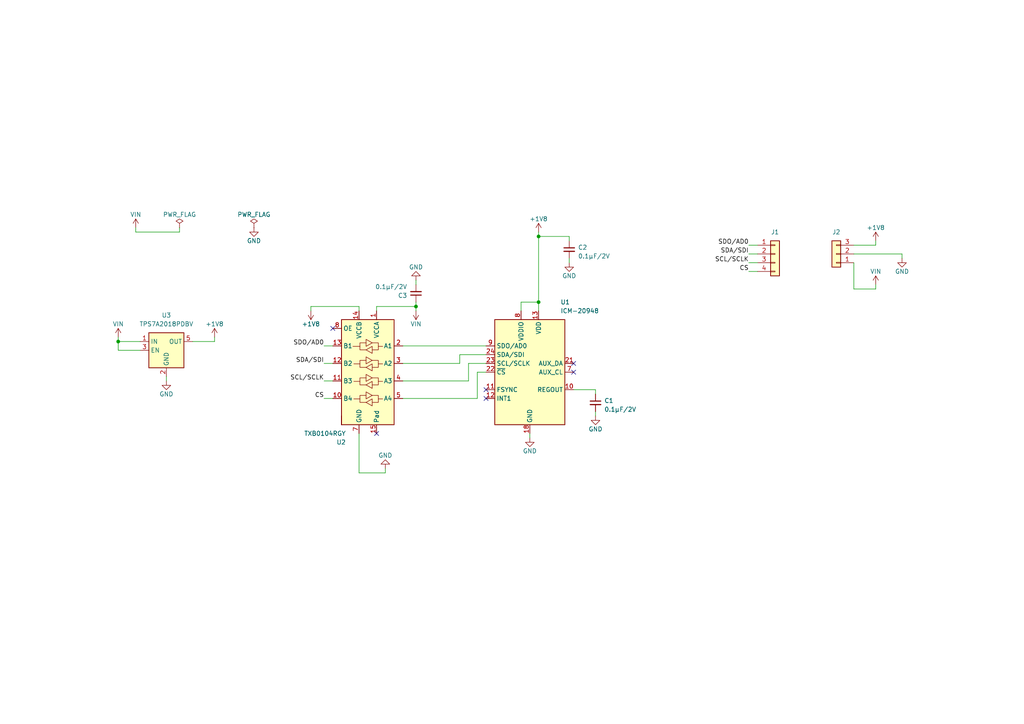
<source format=kicad_sch>
(kicad_sch (version 20230121) (generator eeschema)
  (paper "A4")
  (title_block (title "ICM-20948 Breakout (3.3V)") (date "2023-04-16") (rev "1.0") (company "Biscuits24_"))
  (lib_symbols
    (symbol "Connector_Generic:Conn_01x03" (pin_names (offset 1.016) hide)
      (property "Reference" "J" (at 0 5.08 0))
      (property "Value" "Conn_01x03" (at 0 -5.08 0))
      (symbol "Conn_01x03_1_1"
        (rectangle (start -1.27 -2.413) (end 0 -2.667) (stroke (width 0.1524)))
        (rectangle (start -1.27 0.127) (end 0 -0.127) (stroke (width 0.1524)))
        (rectangle (start -1.27 2.667) (end 0 2.413) (stroke (width 0.1524)))
        (rectangle (start -1.27 3.81) (end 1.27 -3.81) (stroke (width 0.254)) (fill (type background)))
        (pin passive line (at -5.08 2.54 0) (length 3.81) (name "Pin_1") (number "1"))
        (pin passive line (at -5.08 0 0) (length 3.81) (name "Pin_2") (number "2"))
        (pin passive line (at -5.08 -2.54 0) (length 3.81) (name "Pin_3") (number "3"))
      )
    )
    (symbol "Connector_Generic:Conn_01x04" (pin_names (offset 1.016) hide)
      (property "Reference" "J" (at 0 5.08 0))
      (property "Value" "Conn_01x04" (at 0 -7.62 0))
      (symbol "Conn_01x04_1_1"
        (rectangle (start -1.27 -4.953) (end 0 -5.207) (stroke (width 0.1524)))
        (rectangle (start -1.27 -2.413) (end 0 -2.667) (stroke (width 0.1524)))
        (rectangle (start -1.27 0.127) (end 0 -0.127) (stroke (width 0.1524)))
        (rectangle (start -1.27 2.667) (end 0 2.413) (stroke (width 0.1524)))
        (rectangle (start -1.27 3.81) (end 1.27 -6.35) (stroke (width 0.254)) (fill (type background)))
        (pin passive line (at -5.08 2.54 0) (length 3.81) (name "Pin_1") (number "1"))
        (pin passive line (at -5.08 0 0) (length 3.81) (name "Pin_2") (number "2"))
        (pin passive line (at -5.08 -2.54 0) (length 3.81) (name "Pin_3") (number "3"))
        (pin passive line (at -5.08 -5.08 0) (length 3.81) (name "Pin_4") (number "4"))
      )
    )
    (symbol "Device:C_Small" (pin_numbers hide) (pin_names (offset 0.254) hide)
      (property "Reference" "C" (at 0.254 1.778 0))
      (property "Value" "C_Small" (at 0.254 -2.032 0))
      (symbol "C_Small_0_1"
        (polyline (pts (xy -1.524 -0.508) (xy 1.524 -0.508)) (stroke (width 0.3302)))
        (polyline (pts (xy -1.524 0.508) (xy 1.524 0.508)) (stroke (width 0.3048)))
      )
      (symbol "C_Small_1_1"
        (pin passive line (at 0 2.54 270) (length 2.032) (name "~") (number "1"))
        (pin passive line (at 0 -2.54 90) (length 2.032) (name "~") (number "2"))
      )
    )
    (symbol "Logic_LevelTranslator:TXB0104RGY"
      (property "Reference" "U2" (at -6.35 -20.32 0))
      (property "Value" "TXB0104RGY" (at -6.35 -17.78 0))
      (symbol "TXB0104RGY_0_1"
        (rectangle (start -7.62 -15.24) (end -7.62 -12.7) (stroke (width 0.254)))
        (rectangle (start -7.62 15.24) (end 7.62 -15.24) (stroke (width 0.254)) (fill (type background)))
        (polyline (pts (xy -2.286 -7.747) (xy -2.286 -6.731) (xy -0.508 -6.731)))
        (polyline (pts (xy -2.286 -2.667) (xy -2.286 -1.651) (xy -0.508 -1.651)))
        (polyline (pts (xy -2.286 2.413) (xy -2.286 3.429) (xy -0.508 3.429)))
        (polyline (pts (xy -2.286 7.493) (xy -2.286 8.509) (xy -0.508 8.509)))
        (polyline (pts (xy 3.048 -7.747) (xy 3.048 -8.763) (xy 1.27 -8.763)))
        (polyline (pts (xy 3.048 -2.667) (xy 3.048 -3.683) (xy 1.27 -3.683)))
        (polyline (pts (xy 3.048 2.413) (xy 3.048 1.397) (xy 1.27 1.397)))
        (polyline (pts (xy 3.048 7.493) (xy 3.048 6.477) (xy 1.27 6.477)))
        (polyline (pts (xy -0.508 -8.763) (xy -2.286 -8.763) (xy -2.286 -7.747) (xy -4.064 -7.747)))
        (polyline (pts (xy -0.508 -8.763) (xy 1.27 -7.747) (xy 1.27 -9.779) (xy -0.508 -8.763)))
        (polyline (pts (xy -0.508 -3.683) (xy -2.286 -3.683) (xy -2.286 -2.667) (xy -4.064 -2.667)))
        (polyline (pts (xy -0.508 -3.683) (xy 1.27 -2.667) (xy 1.27 -4.699) (xy -0.508 -3.683)))
        (polyline (pts (xy -0.508 1.397) (xy -2.286 1.397) (xy -2.286 2.413) (xy -4.064 2.413)))
        (polyline (pts (xy -0.508 1.397) (xy 1.27 2.413) (xy 1.27 0.381) (xy -0.508 1.397)))
        (polyline (pts (xy -0.508 6.477) (xy -2.286 6.477) (xy -2.286 7.493) (xy -4.318 7.493)))
        (polyline (pts (xy -0.508 6.477) (xy 1.27 7.493) (xy 1.27 5.461) (xy -0.508 6.477)))
        (polyline (pts (xy 1.27 -6.731) (xy -0.508 -7.747) (xy -0.508 -5.715) (xy 1.27 -6.731)))
        (polyline (pts (xy 1.27 -6.731) (xy 3.048 -6.731) (xy 3.048 -7.747) (xy 4.318 -7.747)))
        (polyline (pts (xy 1.27 -1.651) (xy -0.508 -2.667) (xy -0.508 -0.635) (xy 1.27 -1.651)))
        (polyline (pts (xy 1.27 -1.651) (xy 3.048 -1.651) (xy 3.048 -2.667) (xy 4.318 -2.667)))
        (polyline (pts (xy 1.27 3.429) (xy -0.508 2.413) (xy -0.508 4.445) (xy 1.27 3.429)))
        (polyline (pts (xy 1.27 3.429) (xy 3.048 3.429) (xy 3.048 2.413) (xy 4.318 2.413)))
        (polyline (pts (xy 1.27 8.509) (xy -0.508 7.493) (xy -0.508 9.525) (xy 1.27 8.509)))
        (polyline (pts (xy 1.27 8.509) (xy 3.048 8.509) (xy 3.048 7.493) (xy 4.318 7.493)))
      )
      (symbol "TXB0104RGY_1_1"
        (pin power_in line (at 2.54 17.78 270) (length 2.54) (name "VCCA") (number "1"))
        (pin bidirectional line (at -10.16 -7.62 0) (length 2.54) (name "B4") (number "10"))
        (pin bidirectional line (at -10.16 -2.54 0) (length 2.54) (name "B3") (number "11"))
        (pin bidirectional line (at -10.16 2.54 0) (length 2.54) (name "B2") (number "12"))
        (pin bidirectional line (at -10.16 7.62 0) (length 2.54) (name "B1") (number "13"))
        (pin power_in line (at -2.54 17.78 270) (length 2.54) (name "VCCB") (number "14"))
        (pin input line (at 2.54 -17.78 90) (length 2.54) (name "Pad") (number "15"))
        (pin bidirectional line (at 10.16 7.62 180) (length 2.54) (name "A1") (number "2"))
        (pin bidirectional line (at 10.16 2.54 180) (length 2.54) (name "A2") (number "3"))
        (pin bidirectional line (at 10.16 -2.54 180) (length 2.54) (name "A3") (number "4"))
        (pin bidirectional line (at 10.16 -7.62 180) (length 2.54) (name "A4") (number "5"))
        (pin no_connect line (at 7.62 -12.7 180) (length 2.54) hide (name "NC") (number "6"))
        (pin power_in line (at -2.54 -17.78 90) (length 2.54) (name "GND") (number "7"))
        (pin input line (at -10.16 12.7 0) (length 2.54) (name "OE") (number "8"))
        (pin no_connect line (at -7.62 -12.7 0) (length 2.54) hide (name "NC") (number "9"))
      )
    )
    (symbol "Power_Extended:VIN" (power) (pin_names (offset 0))
      (property "Value" "VIN" (at 0 3.81 0))
      (symbol "VIN_0_1"
        (polyline (pts (xy -0.762 1.27) (xy 0 2.54)))
        (polyline (pts (xy 0 0) (xy 0 2.54)))
        (polyline (pts (xy 0 2.54) (xy 0.762 1.27)))
      )
      (symbol "VIN_1_1"
        (pin power_in line (at 0 0 90) (length 0) hide (name "VIN") (number "1"))
      )
    )
    (symbol "Regulator_Linear_Extended:TPS7A2018PDBV"
      (property "Reference" "U" (at -3.81 6.35 0))
      (property "Value" "TPS7A2018PDBV" (at 6.35 6.35 0))
      (symbol "TPS7A2018PDBV_0_1"
        (rectangle (start -5.08 -5.08) (end 5.08 5.08) (stroke (width 0.254)) (fill (type background)))
        (pin power_in line (at -7.62 2.54 0) (length 2.54) (name "IN") (number "1"))
        (pin power_in line (at 0 -7.62 90) (length 2.54) (name "GND") (number "2"))
        (pin input line (at -7.62 0 0) (length 2.54) (name "EN") (number "3"))
        (pin no_connect line (at 5.08 0 180) (length 2.54) hide (name "NC") (number "4"))
        (pin power_out line (at 7.62 2.54 180) (length 2.54) (name "OUT") (number "5"))
      )
    )
    (symbol "Sensor_Motion:ICM-20948"
      (property "Reference" "U" (at -11.43 16.51 0))
      (property "Value" "ICM-20948" (at 7.62 -16.51 0))
      (symbol "ICM-20948_0_1"
        (rectangle (start -10.16 15.24) (end 10.16 -15.24) (stroke (width 0.254)) (fill (type background)))
      )
      (symbol "ICM-20948_1_1"
        (pin no_connect line (at -10.16 12.7 0) (length 2.54) hide (name "NC") (number "1"))
        (pin passive line (at 12.7 -5.08 180) (length 2.54) (name "REGOUT") (number "10"))
        (pin input line (at -12.7 -5.08 0) (length 2.54) (name "FSYNC") (number "11"))
        (pin output line (at -12.7 -7.62 0) (length 2.54) (name "INT1") (number "12"))
        (pin power_in line (at 2.54 17.78 270) (length 2.54) (name "VDD") (number "13"))
        (pin no_connect line (at 10.16 7.62 180) (length 2.54) hide (name "NC") (number "14"))
        (pin no_connect line (at 10.16 5.08 180) (length 2.54) hide (name "NC") (number "15"))
        (pin no_connect line (at 10.16 -7.62 180) (length 2.54) hide (name "NC") (number "16"))
        (pin no_connect line (at 10.16 -10.16 180) (length 2.54) hide (name "NC") (number "17"))
        (pin power_in line (at 0 -17.78 90) (length 2.54) (name "GND") (number "18"))
        (pin no_connect line (at 10.16 -12.7 180) (length 2.54) hide (name "RESV") (number "19"))
        (pin no_connect line (at -10.16 10.16 0) (length 2.54) hide (name "NC") (number "2"))
        (pin passive line (at 0 -17.78 90) (length 2.54) hide (name "GND") (number "20"))
        (pin bidirectional line (at 12.7 2.54 180) (length 2.54) (name "AUX_DA") (number "21"))
        (pin input line (at -12.7 0 0) (length 2.54) (name "~{CS}") (number "22"))
        (pin input line (at -12.7 2.54 0) (length 2.54) (name "SCL/SCLK") (number "23"))
        (pin bidirectional line (at -12.7 5.08 0) (length 2.54) (name "SDA/SDI") (number "24"))
        (pin no_connect line (at -10.16 -2.54 0) (length 2.54) hide (name "NC") (number "3"))
        (pin no_connect line (at -10.16 -10.16 0) (length 2.54) hide (name "NC") (number "4"))
        (pin no_connect line (at -10.16 -12.7 0) (length 2.54) hide (name "NC") (number "5"))
        (pin no_connect line (at 10.16 10.16 180) (length 2.54) hide (name "NC") (number "6"))
        (pin output line (at 12.7 0 180) (length 2.54) (name "AUX_CL") (number "7"))
        (pin power_in line (at -2.54 17.78 270) (length 2.54) (name "VDDIO") (number "8"))
        (pin bidirectional line (at -12.7 7.62 0) (length 2.54) (name "SDO/AD0") (number "9"))
      )
    )
    (symbol "power:+1V8" (power) (pin_names (offset 0))
      (property "Value" "+1V8" (at 0 3.556 0))
      (symbol "+1V8_0_1"
        (polyline (pts (xy -0.762 1.27) (xy 0 2.54)))
        (polyline (pts (xy 0 0) (xy 0 2.54)))
        (polyline (pts (xy 0 2.54) (xy 0.762 1.27)))
      )
      (symbol "+1V8_1_1"
        (pin power_in line (at 0 0 90) (length 0) hide (name "+1V8") (number "1"))
      )
    )
    (symbol "power:GND" (power) (pin_names (offset 0))
      (property "Value" "GND" (at 0 -3.81 0))
      (symbol "GND_0_1"
        (polyline (pts (xy 0 0) (xy 0 -1.27) (xy 1.27 -1.27) (xy 0 -2.54) (xy -1.27 -1.27) (xy 0 -1.27)))
      )
      (symbol "GND_1_1"
        (pin power_in line (at 0 0 270) (length 0) hide (name "GND") (number "1"))
      )
    )
    (symbol "power:PWR_FLAG" (power) (pin_numbers hide) (pin_names (offset 0) hide)
      (property "Value" "PWR_FLAG" (at 0 3.81 0))
      (symbol "PWR_FLAG_0_0"
        (pin power_out line (at 0 0 90) (length 0) (name "pwr") (number "1"))
      )
      (symbol "PWR_FLAG_0_1"
        (polyline (pts (xy 0 0) (xy 0 1.27) (xy -1.016 1.905) (xy 0 2.54) (xy 1.016 1.905) (xy 0 1.27)))
      )
    )
  )
  (junction (at 34.29 99.06))
  (junction (at 156.21 68.58))
  (junction (at 156.21 87.63))
  (junction (at 120.65 88.9))
  (no_connect (at 140.97 115.57))
  (no_connect (at 96.52 95.25))
  (no_connect (at 140.97 113.03))
  (no_connect (at 166.37 105.41))
  (no_connect (at 166.37 107.95))
  (no_connect (at 109.22 125.73))
  (wire (pts (xy 104.14 90.17) (xy 104.14 88.9)))
  (wire (pts (xy 151.13 87.63) (xy 156.21 87.63)))
  (wire (pts (xy 217.17 76.2) (xy 219.71 76.2)))
  (wire (pts (xy 111.76 137.16) (xy 111.76 135.89)))
  (wire (pts (xy 104.14 88.9) (xy 90.17 88.9)))
  (wire (pts (xy 247.65 76.2) (xy 247.65 83.82)))
  (wire (pts (xy 172.72 119.38) (xy 172.72 120.65)))
  (wire (pts (xy 254 83.82) (xy 254 82.55)))
  (wire (pts (xy 138.43 107.95) (xy 138.43 115.57)))
  (wire (pts (xy 34.29 101.6) (xy 34.29 99.06)))
  (wire (pts (xy 247.65 73.66) (xy 261.62 73.66)))
  (wire (pts (xy 135.89 105.41) (xy 135.89 110.49)))
  (wire (pts (xy 120.65 88.9) (xy 120.65 87.63)))
  (wire (pts (xy 140.97 102.87) (xy 133.35 102.87)))
  (wire (pts (xy 135.89 110.49) (xy 116.84 110.49)))
  (wire (pts (xy 34.29 99.06) (xy 40.64 99.06)))
  (wire (pts (xy 140.97 105.41) (xy 135.89 105.41)))
  (wire (pts (xy 138.43 115.57) (xy 116.84 115.57)))
  (wire (pts (xy 172.72 113.03) (xy 172.72 114.3)))
  (wire (pts (xy 165.1 68.58) (xy 156.21 68.58)))
  (wire (pts (xy 62.23 99.06) (xy 62.23 97.79)))
  (wire (pts (xy 104.14 125.73) (xy 104.14 137.16)))
  (wire (pts (xy 93.98 105.41) (xy 96.52 105.41)))
  (wire (pts (xy 93.98 100.33) (xy 96.52 100.33)))
  (wire (pts (xy 247.65 71.12) (xy 254 71.12)))
  (wire (pts (xy 93.98 110.49) (xy 96.52 110.49)))
  (wire (pts (xy 151.13 90.17) (xy 151.13 87.63)))
  (wire (pts (xy 93.98 115.57) (xy 96.52 115.57)))
  (wire (pts (xy 166.37 113.03) (xy 172.72 113.03)))
  (wire (pts (xy 120.65 88.9) (xy 109.22 88.9)))
  (wire (pts (xy 217.17 78.74) (xy 219.71 78.74)))
  (wire (pts (xy 261.62 73.66) (xy 261.62 74.93)))
  (wire (pts (xy 120.65 82.55) (xy 120.65 81.28)))
  (wire (pts (xy 133.35 105.41) (xy 116.84 105.41)))
  (wire (pts (xy 156.21 67.31) (xy 156.21 68.58)))
  (wire (pts (xy 165.1 74.93) (xy 165.1 76.2)))
  (wire (pts (xy 52.07 67.31) (xy 39.37 67.31)))
  (wire (pts (xy 165.1 69.85) (xy 165.1 68.58)))
  (wire (pts (xy 156.21 87.63) (xy 156.21 90.17)))
  (wire (pts (xy 254 71.12) (xy 254 69.85)))
  (wire (pts (xy 104.14 137.16) (xy 111.76 137.16)))
  (wire (pts (xy 39.37 67.31) (xy 39.37 66.04)))
  (wire (pts (xy 247.65 83.82) (xy 254 83.82)))
  (wire (pts (xy 55.88 99.06) (xy 62.23 99.06)))
  (wire (pts (xy 52.07 66.04) (xy 52.07 67.31)))
  (wire (pts (xy 109.22 88.9) (xy 109.22 90.17)))
  (wire (pts (xy 140.97 107.95) (xy 138.43 107.95)))
  (wire (pts (xy 40.64 101.6) (xy 34.29 101.6)))
  (wire (pts (xy 116.84 100.33) (xy 140.97 100.33)))
  (wire (pts (xy 48.26 109.22) (xy 48.26 110.49)))
  (wire (pts (xy 34.29 97.79) (xy 34.29 99.06)))
  (wire (pts (xy 90.17 90.17) (xy 90.17 88.9)))
  (wire (pts (xy 217.17 73.66) (xy 219.71 73.66)))
  (wire (pts (xy 120.65 90.17) (xy 120.65 88.9)))
  (wire (pts (xy 133.35 102.87) (xy 133.35 105.41)))
  (wire (pts (xy 217.17 71.12) (xy 219.71 71.12)))
  (wire (pts (xy 156.21 68.58) (xy 156.21 87.63)))
  (wire (pts (xy 153.67 125.73) (xy 153.67 127)))
  (label "CS" (at 217.17 78.74 180))
  (label "SCL{slash}SCLK" (at 93.98 110.49 180))
  (label "SCL{slash}SCLK" (at 217.17 76.2 180))
  (label "SDO{slash}AD0" (at 217.17 71.12 180))
  (label "SDO{slash}AD0" (at 93.98 100.33 180))
  (label "SDA{slash}SDI" (at 93.98 105.41 180))
  (label "CS" (at 93.98 115.57 180))
  (label "SDA{slash}SDI" (at 217.17 73.66 180))
  (symbol (lib_id "Sensor_Motion:ICM-20948") (at 153.67 107.95 0) (unit 1)
    (property "Reference" "U1" (at 162.56 87.63 0) (effects (justify left)))
    (property "Value" "ICM-20948" (at 162.56 90.17 0) (effects (justify left)))
    (property "Footprint" "Sensor_Motion:InvenSense_QFN-24_3x3mm_P0.4mm" (effects hide))
    (property "Datasheet" "http://www.invensense.com/wp-content/uploads/2016/06/DS-000189-ICM-20948-v1.3.pdf" (effects hide))
  )
  (symbol (lib_id "power:GND") (at 172.72 120.65 0) (unit 1)
    (property "Reference" "#PWR09" (effects hide))
    (property "Value" "GND" (at 172.72 124.46 0))
  )
  (symbol (lib_id "power:PWR_FLAG") (at 52.07 66.04 0) (unit 1)
    (property "Reference" "#FLG02" (effects hide))
    (property "Value" "PWR_FLAG" (at 52.07 62.23 0))
  )
  (symbol (lib_id "power:+1V8") (at 254 69.85 0) (unit 1)
    (property "Reference" "#PWR013" (effects hide))
    (property "Value" "+1V8" (at 254 66.04 0))
  )
  (symbol (lib_id "Regulator_Linear_Extended:TPS7A2018PDBV") (at 48.26 101.6 0) (unit 1)
    (property "Reference" "U3" (at 48.26 91.44 0))
    (property "Value" "TPS7A2018PDBV" (at 48.26 93.98 0))
    (property "Footprint" "Package_TO_SOT_SMD:SOT-23-5" (effects hide))
    (property "Datasheet" "https://www.ti.com/lit/ds/symlink/tps7a20.pdf" (effects hide))
  )
  (symbol (lib_id "power:GND") (at 111.76 135.89 180) (unit 1)
    (property "Reference" "#PWR01" (effects hide))
    (property "Value" "GND" (at 111.76 132.08 0))
  )
  (symbol (lib_id "Device:C_Small") (at 165.1 72.39 0) (unit 1)
    (property "Reference" "C2" (at 167.64 71.7613 0) (effects (justify left)))
    (property "Value" "0.1µF/2V" (at 167.64 74.3013 0) (effects (justify left)))
    (property "Footprint" "Capacitor_SMD:C_0603_1608Metric_Pad1.08x0.95mm_HandSolder" (effects hide))
  )
  (symbol (lib_id "Device:C_Small") (at 120.65 85.09 180) (unit 1)
    (property "Reference" "C3" (at 118.11 85.7187 0) (effects (justify left)))
    (property "Value" "0.1µF/2V" (at 118.11 83.1787 0) (effects (justify left)))
    (property "Footprint" "Capacitor_SMD:C_0603_1608Metric_Pad1.08x0.95mm_HandSolder" (effects hide))
  )
  (symbol (lib_id "Connector_Generic:Conn_01x03") (at 242.57 73.66 180) (unit 1)
    (property "Reference" "J2" (at 242.57 67.31 0))
    (property "Value" "Conn_01x03" (effects hide))
    (property "Footprint" "Connector_PinHeader_2.54mm:PinHeader_1x03_P2.54mm_Vertical" (effects hide))
  )
  (symbol (lib_id "Power_Extended:VIN") (at 34.29 97.79 0) (unit 1)
    (property "Reference" "#PWR05" (effects hide))
    (property "Value" "VIN" (at 34.29 93.98 0))
  )
  (symbol (lib_id "Connector_Generic:Conn_01x04") (at 224.79 73.66 0) (unit 1)
    (property "Reference" "J1" (at 224.79 67.31 0))
    (property "Value" "Conn_01x04" (effects hide))
    (property "Footprint" "Connector_PinHeader_2.54mm:PinHeader_1x04_P2.54mm_Vertical" (effects hide))
  )
  (symbol (lib_id "Logic_LevelTranslator:TXB0104RGY") (at 106.68 107.95 0) (unit 1)
    (property "Reference" "U2" (at 100.33 128.27 0) (effects (justify right)))
    (property "Value" "TXB0104RGY" (at 100.33 125.73 0) (effects (justify right)))
    (property "Footprint" "Package_DFN_QFN:Texas_S-PVQFN-N14" (effects hide))
    (property "Datasheet" "http://www.ti.com/lit/ds/symlink/txb0104.pdf" (effects hide))
  )
  (symbol (lib_id "power:GND") (at 153.67 127 0) (unit 1)
    (property "Reference" "#PWR06" (effects hide))
    (property "Value" "GND" (at 153.67 130.81 0))
  )
  (symbol (lib_id "Device:C_Small") (at 172.72 116.84 0) (unit 1)
    (property "Reference" "C1" (at 175.26 116.2113 0) (effects (justify left)))
    (property "Value" "0.1µF/2V" (at 175.26 118.7513 0) (effects (justify left)))
    (property "Footprint" "Capacitor_SMD:C_0603_1608Metric_Pad1.08x0.95mm_HandSolder" (effects hide))
  )
  (symbol (lib_id "power:PWR_FLAG") (at 73.66 66.04 0) (unit 1)
    (property "Reference" "#FLG01" (effects hide))
    (property "Value" "PWR_FLAG" (at 73.66 62.23 0))
  )
  (symbol (lib_id "power:+1V8") (at 90.17 90.17 180) (unit 1)
    (property "Reference" "#PWR03" (effects hide))
    (property "Value" "+1V8" (at 90.17 93.98 0))
  )
  (symbol (lib_id "power:GND") (at 73.66 66.04 0) (unit 1)
    (property "Reference" "#PWR014" (effects hide))
    (property "Value" "GND" (at 73.66 69.85 0))
  )
  (symbol (lib_id "power:GND") (at 48.26 110.49 0) (unit 1)
    (property "Reference" "#PWR08" (effects hide))
    (property "Value" "GND" (at 48.26 114.3 0))
  )
  (symbol (lib_id "Power_Extended:VIN") (at 39.37 66.04 0) (unit 1)
    (property "Reference" "#PWR016" (effects hide))
    (property "Value" "VIN" (at 39.37 62.23 0))
  )
  (symbol (lib_id "power:GND") (at 165.1 76.2 0) (unit 1)
    (property "Reference" "#PWR010" (effects hide))
    (property "Value" "GND" (at 165.1 80.01 0))
  )
  (symbol (lib_id "Power_Extended:VIN") (at 254 82.55 0) (unit 1)
    (property "Reference" "#PWR011" (effects hide))
    (property "Value" "VIN" (at 254 78.74 0))
  )
  (symbol (lib_id "power:GND") (at 261.62 74.93 0) (unit 1)
    (property "Reference" "#PWR012" (effects hide))
    (property "Value" "GND" (at 261.62 78.74 0))
  )
  (symbol (lib_id "power:+1V8") (at 156.21 67.31 0) (unit 1)
    (property "Reference" "#PWR04" (effects hide))
    (property "Value" "+1V8" (at 156.21 63.5 0))
  )
  (symbol (lib_id "Power_Extended:VIN") (at 120.65 90.17 180) (unit 1)
    (property "Reference" "#PWR02" (effects hide))
    (property "Value" "VIN" (at 120.65 93.98 0))
  )
  (symbol (lib_id "power:+1V8") (at 62.23 97.79 0) (unit 1)
    (property "Reference" "#PWR07" (effects hide))
    (property "Value" "+1V8" (at 62.23 93.98 0))
  )
  (symbol (lib_id "power:GND") (at 120.65 81.28 180) (unit 1)
    (property "Reference" "#PWR015" (effects hide))
    (property "Value" "GND" (at 120.65 77.47 0))
  )
)
</source>
